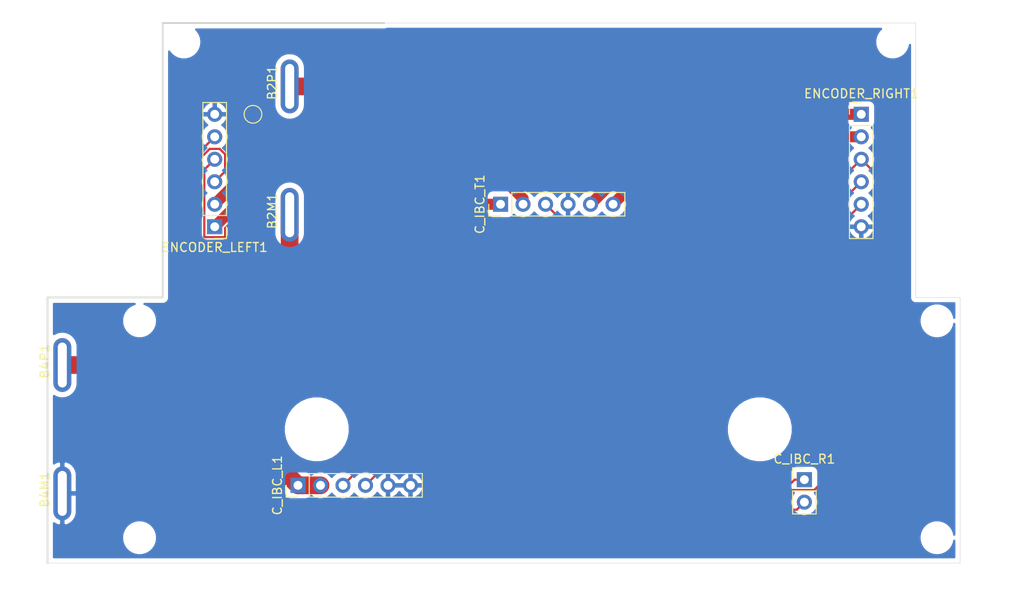
<source format=kicad_pcb>
(kicad_pcb (version 20171130) (host pcbnew 5.1.5-1.fc31)
  (layers (0 F.Cu signal) (31 B.Cu signal) (34 B.Paste user) (35 F.Paste user) (36 B.SilkS user) (37 F.SilkS user) (38 B.Mask user) (39 F.Mask user) (44 Edge.Cuts user))
  (net 0 "")
  (net 1 /VBAT_MID)
  (net 2 +BATT)
  (net 3 GND)
  (net 4 /RENCA)
  (net 5 /RENCB)
  (net 6 /LENCA)
  (net 7 /LENCB)
  (net 8 /LM1)
  (net 9 /LM2)
  (net 10 +3V3)
  (net 11 /RM1)
  (net 12 /RM2)
  (module MountingHole:MountingHole_2.5mm (layer F.Cu) (at 146.392122 124.640976)
    (fp_text reference H5 hide)
    (fp_text value MountingHole hide)
    (pad 1 np_thru_hole circle (at 0 0) (size 2.5 2.5) (drill 2.5) (layers *.Cu *.Mask))
  )
  (module MountingHole:MountingHole_6mm (layer F.Cu) (at 126.392122 136.890976)
    (fp_text reference H8 hide)
    (fp_text value MountingHole hide)
    (pad 1 np_thru_hole circle (at 0 0) (size 6 6) (drill 6) (layers *.Cu *.Mask))
  )
  (module MountingHole:MountingHole_6mm (layer F.Cu) (at 76.392122 136.890976)
    (fp_text reference H7 hide)
    (fp_text value MountingHole hide)
    (pad 1 np_thru_hole circle (at 0 0) (size 6 6) (drill 6) (layers *.Cu *.Mask))
  )
  (module MountingHole:MountingHole_2.5mm (layer F.Cu) (at 146.392122 149.140976)
    (fp_text reference H4 hide)
    (fp_text value MountingHole hide)
    (pad 1 np_thru_hole circle (at 0 0) (size 2.5 2.5) (drill 2.5) (layers *.Cu *.Mask))
  )
  (module MountingHole:MountingHole_2.5mm (layer F.Cu) (at 141.392122 93.140976)
    (fp_text reference H6 hide)
    (fp_text value MountingHole hide)
    (pad 1 np_thru_hole circle (at 0 0) (size 2.5 2.5) (drill 2.5) (layers *.Cu *.Mask))
  )
  (module MountingHole:MountingHole_2.5mm (layer F.Cu) (at 61.392122 93.140976)
    (fp_text reference H1 hide)
    (fp_text value MountingHole hide)
    (pad 1 np_thru_hole circle (at 0 0) (size 2.5 2.5) (drill 2.5) (layers *.Cu *.Mask))
  )
  (module MountingHole:MountingHole_2.5mm (layer F.Cu) (at 56.392122 124.640976)
    (fp_text reference H2 hide)
    (fp_text value MountingHole hide)
    (pad 1 np_thru_hole circle (at 0 0) (size 2.5 2.5) (drill 2.5) (layers *.Cu *.Mask))
  )
  (module MountingHole:MountingHole_2.5mm (layer F.Cu) (at 56.392122 149.140976)
    (fp_text reference H3 hide)
    (fp_text value MountingHole hide)
    (pad 1 np_thru_hole circle (at 0 0) (size 2.5 2.5) (drill 2.5) (layers *.Cu *.Mask))
  )
  (module Connector_PinHeader_2.54mm:PinHeader_1x06_P2.54mm_Vertical (layer F.Cu) (at 64.872122 114.010976 180)
    (fp_text reference ENCODER_LEFT1 (at 0 -2.33) (layer F.SilkS))
    (fp_text value Conn_01x06)
    (fp_line (start -1.33 14.03) (end 1.33 14.03) (layer F.SilkS) (width 0.12))
    (fp_line (start -1.33 1.27) (end -1.33 14.03) (layer F.SilkS) (width 0.12))
    (fp_line (start 1.33 1.27) (end 1.33 14.03) (layer F.SilkS) (width 0.12))
    (fp_line (start -1.33 1.27) (end 1.33 1.27) (layer F.SilkS) (width 0.12))
    (fp_line (start -1.33 0) (end -1.33 -1.33) (layer F.SilkS) (width 0.12))
    (fp_line (start -1.33 -1.33) (end 0 -1.33) (layer F.SilkS) (width 0.12))
    (pad 1 thru_hole rect (at 0 0 180) (size 1.7 1.7) (drill 1) (layers *.Cu *.Mask) (net 8 /LM1))
    (pad 2 thru_hole oval (at 0 2.54 180) (size 1.7 1.7) (drill 1) (layers *.Cu *.Mask) (net 9 /LM2))
    (pad 3 thru_hole oval (at 0 5.08 180) (size 1.7 1.7) (drill 1) (layers *.Cu *.Mask) (net 10 +3V3))
    (pad 4 thru_hole oval (at 0 7.62 180) (size 1.7 1.7) (drill 1) (layers *.Cu *.Mask) (net 6 /LENCA))
    (pad 5 thru_hole oval (at 0 10.16 180) (size 1.7 1.7) (drill 1) (layers *.Cu *.Mask) (net 7 /LENCB))
    (pad 6 thru_hole oval (at 0 12.7 180) (size 1.7 1.7) (drill 1) (layers *.Cu *.Mask) (net 3 GND))
  )
  (module teensy:romi_battery_tab (layer F.Cu) (at 73.332122 112.660976)
    (fp_text reference B2M1 (at -1.963366 -0.420879 90) (layer F.SilkS))
    (fp_text value BTAB hide)
    (pad 1 thru_hole oval (at 0 0) (size 2.02 6.08) (drill oval 1.02 5.08) (layers *.Cu *.Mask) (net 1 /VBAT_MID))
  )
  (module teensy:romi_battery_tab (layer F.Cu) (at 73.332122 98.160976)
    (fp_text reference B2P1 (at -1.963366 -0.420879 90) (layer F.SilkS))
    (fp_text value BTAB hide)
    (pad 1 thru_hole oval (at 0 0) (size 2.02 6.08) (drill oval 1.02 5.08) (layers *.Cu *.Mask) (net 2 +BATT))
  )
  (module teensy:romi_battery_tab (layer F.Cu) (at 47.672122 144.130976)
    (fp_text reference B4M1 (at -1.963366 -0.420879 90) (layer F.SilkS))
    (fp_text value BTAB hide)
    (pad 1 thru_hole oval (at 0 0) (size 2.02 6.08) (drill oval 1.02 5.08) (layers *.Cu *.Mask) (net 3 GND))
  )
  (module teensy:romi_battery_tab (layer F.Cu) (at 47.672122 129.630976)
    (fp_text reference B4P1 (at -1.963366 -0.420879 90) (layer F.SilkS))
    (fp_text value BTAB hide)
    (pad 1 thru_hole oval (at 0 0) (size 2.02 6.08) (drill oval 1.02 5.08) (layers *.Cu *.Mask) (net 1 /VBAT_MID))
  )
  (module Connector_PinHeader_2.54mm:PinHeader_1x06_P2.54mm_Vertical (layer F.Cu) (at 97.132122 111.470976 90)
    (fp_text reference C_IBC_T1 (at 0 -2.33 90) (layer F.SilkS))
    (fp_text value Conn_01x06)
    (fp_line (start -1.33 14.03) (end 1.33 14.03) (layer F.SilkS) (width 0.12))
    (fp_line (start -1.33 1.27) (end -1.33 14.03) (layer F.SilkS) (width 0.12))
    (fp_line (start 1.33 1.27) (end 1.33 14.03) (layer F.SilkS) (width 0.12))
    (fp_line (start -1.33 1.27) (end 1.33 1.27) (layer F.SilkS) (width 0.12))
    (fp_line (start -1.33 0) (end -1.33 -1.33) (layer F.SilkS) (width 0.12))
    (fp_line (start -1.33 -1.33) (end 0 -1.33) (layer F.SilkS) (width 0.12))
    (pad 1 thru_hole rect (at 0 0 90) (size 1.7 1.7) (drill 1) (layers *.Cu *.Mask) (net 8 /LM1))
    (pad 2 thru_hole oval (at 0 2.54 90) (size 1.7 1.7) (drill 1) (layers *.Cu *.Mask) (net 9 /LM2))
    (pad 3 thru_hole oval (at 0 5.08 90) (size 1.7 1.7) (drill 1) (layers *.Cu *.Mask) (net 10 +3V3))
    (pad 4 thru_hole oval (at 0 7.62 90) (size 1.7 1.7) (drill 1) (layers *.Cu *.Mask) (net 3 GND))
    (pad 5 thru_hole oval (at 0 10.16 90) (size 1.7 1.7) (drill 1) (layers *.Cu *.Mask) (net 11 /RM1))
    (pad 6 thru_hole oval (at 0 12.7 90) (size 1.7 1.7) (drill 1) (layers *.Cu *.Mask) (net 12 /RM2))
  )
  (module Connector_PinHeader_2.54mm:PinHeader_1x06_P2.54mm_Vertical (layer F.Cu) (at 137.842122 101.310976)
    (fp_text reference ENCODER_RIGHT1 (at 0 -2.33) (layer F.SilkS))
    (fp_text value Conn_01x06)
    (fp_line (start -1.33 14.03) (end 1.33 14.03) (layer F.SilkS) (width 0.12))
    (fp_line (start -1.33 1.27) (end -1.33 14.03) (layer F.SilkS) (width 0.12))
    (fp_line (start 1.33 1.27) (end 1.33 14.03) (layer F.SilkS) (width 0.12))
    (fp_line (start -1.33 1.27) (end 1.33 1.27) (layer F.SilkS) (width 0.12))
    (fp_line (start -1.33 0) (end -1.33 -1.33) (layer F.SilkS) (width 0.12))
    (fp_line (start -1.33 -1.33) (end 0 -1.33) (layer F.SilkS) (width 0.12))
    (pad 1 thru_hole rect (at 0 0) (size 1.7 1.7) (drill 1) (layers *.Cu *.Mask) (net 11 /RM1))
    (pad 2 thru_hole oval (at 0 2.54) (size 1.7 1.7) (drill 1) (layers *.Cu *.Mask) (net 12 /RM2))
    (pad 3 thru_hole oval (at 0 5.08) (size 1.7 1.7) (drill 1) (layers *.Cu *.Mask) (net 10 +3V3))
    (pad 4 thru_hole oval (at 0 7.62) (size 1.7 1.7) (drill 1) (layers *.Cu *.Mask) (net 4 /RENCA))
    (pad 5 thru_hole oval (at 0 10.16) (size 1.7 1.7) (drill 1) (layers *.Cu *.Mask) (net 5 /RENCB))
    (pad 6 thru_hole oval (at 0 12.7) (size 1.7 1.7) (drill 1) (layers *.Cu *.Mask) (net 3 GND))
  )
  (module Connector_PinHeader_2.54mm:PinHeader_1x06_P2.54mm_Vertical (layer F.Cu) (at 74.272122 143.220976 90)
    (fp_text reference C_IBC_L1 (at 0 -2.33 90) (layer F.SilkS))
    (fp_text value Conn_01x06)
    (fp_line (start -1.33 14.03) (end 1.33 14.03) (layer F.SilkS) (width 0.12))
    (fp_line (start -1.33 1.27) (end -1.33 14.03) (layer F.SilkS) (width 0.12))
    (fp_line (start 1.33 1.27) (end 1.33 14.03) (layer F.SilkS) (width 0.12))
    (fp_line (start -1.33 1.27) (end 1.33 1.27) (layer F.SilkS) (width 0.12))
    (fp_line (start -1.33 0) (end -1.33 -1.33) (layer F.SilkS) (width 0.12))
    (fp_line (start -1.33 -1.33) (end 0 -1.33) (layer F.SilkS) (width 0.12))
    (pad 1 thru_hole rect (at 0 0 90) (size 1.7 1.7) (drill 1) (layers *.Cu *.Mask) (net 2 +BATT))
    (pad 2 thru_hole oval (at 0 2.54 90) (size 1.7 1.7) (drill 1) (layers *.Cu *.Mask) (net 2 +BATT))
    (pad 3 thru_hole oval (at 0 5.08 90) (size 1.7 1.7) (drill 1) (layers *.Cu *.Mask) (net 4 /RENCA))
    (pad 4 thru_hole oval (at 0 7.62 90) (size 1.7 1.7) (drill 1) (layers *.Cu *.Mask) (net 5 /RENCB))
    (pad 5 thru_hole oval (at 0 10.16 90) (size 1.7 1.7) (drill 1) (layers *.Cu *.Mask) (net 3 GND))
    (pad 6 thru_hole oval (at 0 12.7 90) (size 1.7 1.7) (drill 1) (layers *.Cu *.Mask) (net 3 GND))
  )
  (module Connector_PinHeader_2.54mm:PinHeader_1x02_P2.54mm_Vertical (layer F.Cu) (at 131.422122 142.580976)
    (fp_text reference C_IBC_R1 (at 0 -2.33) (layer F.SilkS))
    (fp_text value Conn_01x02)
    (fp_line (start -1.33 3.87) (end 1.33 3.87) (layer F.SilkS) (width 0.12))
    (fp_line (start -1.33 1.27) (end -1.33 3.87) (layer F.SilkS) (width 0.12))
    (fp_line (start 1.33 1.27) (end 1.33 3.87) (layer F.SilkS) (width 0.12))
    (fp_line (start -1.33 1.27) (end 1.33 1.27) (layer F.SilkS) (width 0.12))
    (fp_line (start -1.33 0) (end -1.33 -1.33) (layer F.SilkS) (width 0.12))
    (fp_line (start -1.33 -1.33) (end 0 -1.33) (layer F.SilkS) (width 0.12))
    (pad 1 thru_hole rect (at 0 0) (size 1.7 1.7) (drill 1) (layers *.Cu *.Mask) (net 6 /LENCA))
    (pad 2 thru_hole oval (at 0 2.54) (size 1.7 1.7) (drill 1) (layers *.Cu *.Mask) (net 7 /LENCB))
  )
  (gr_circle (center 69.192122 101.310976) (end 70.192122 101.310976) (layer F.SilkS) (width 0.12))
  (gr_line (start 149 152) (end 46 152) (layer Edge.Cuts) (width 0.05))
  (gr_line (start 149 122) (end 149 152) (layer Edge.Cuts) (width 0.05))
  (gr_line (start 144 122) (end 149 122) (layer Edge.Cuts) (width 0.05))
  (gr_line (start 144 91) (end 144 122) (layer Edge.Cuts) (width 0.05))
  (gr_line (start 84 91) (end 144 91) (layer Edge.Cuts) (width 0.05))
  (gr_line (start 46 122) (end 46 152) (layer Edge.Cuts) (width 0.2))
  (gr_line (start 59 122) (end 46 122) (layer Edge.Cuts) (width 0.2))
  (gr_line (start 59 91) (end 59 122) (layer Edge.Cuts) (width 0.2))
  (gr_line (start 84 91) (end 59 91) (layer Edge.Cuts) (width 0.2))
  (segment (start 61.402122 129.630976) (end 47.70001 129.630976) (width 2) (layer F.Cu) (net 1))
  (segment (start 73.332122 112.660976) (end 73.332122 117.700976) (width 2) (layer F.Cu) (net 1))
  (segment (start 73.332122 117.700976) (end 61.402122 129.630976) (width 2) (layer F.Cu) (net 1))
  (segment (start 74.272122 143.220976) (end 76.812122 143.220976) (width 2) (layer F.Cu) (net 2))
  (segment (start 69.700122 138.648976) (end 74.272122 143.220976) (width 2) (layer F.Cu) (net 2))
  (segment (start 81.384122 122.900976) (end 69.700122 134.584976) (width 2) (layer F.Cu) (net 2))
  (segment (start 73.332122 98.160976) (end 76.342122 98.160976) (width 2) (layer F.Cu) (net 2))
  (segment (start 69.700122 134.584976) (end 69.700122 138.648976) (width 2) (layer F.Cu) (net 2))
  (segment (start 81.384122 103.202976) (end 81.384122 122.900976) (width 2) (layer F.Cu) (net 2))
  (segment (start 76.342122 98.160976) (end 81.384122 103.202976) (width 2) (layer F.Cu) (net 2))
  (segment (start 80.202121 142.370977) (end 79.352122 143.220976) (width 0.25) (layer F.Cu) (net 4))
  (segment (start 109.077111 113.495987) (end 80.202121 142.370977) (width 0.25) (layer F.Cu) (net 4))
  (segment (start 133.277111 113.495987) (end 109.077111 113.495987) (width 0.25) (layer F.Cu) (net 4))
  (segment (start 137.842122 108.930976) (end 133.277111 113.495987) (width 0.25) (layer F.Cu) (net 4))
  (segment (start 136.992123 112.320975) (end 137.842122 111.470976) (width 0.25) (layer F.Cu) (net 5))
  (segment (start 133.524122 115.788976) (end 136.992123 112.320975) (width 0.25) (layer F.Cu) (net 5))
  (segment (start 81.892122 143.220976) (end 109.324122 115.788976) (width 0.25) (layer F.Cu) (net 5))
  (segment (start 109.324122 115.788976) (end 133.524122 115.788976) (width 0.25) (layer F.Cu) (net 5))
  (segment (start 66.047123 115.120977) (end 65.982123 115.185977) (width 0.25) (layer F.Cu) (net 6))
  (segment (start 127.957112 144.945985) (end 72.992131 144.945985) (width 0.25) (layer F.Cu) (net 6))
  (segment (start 67.975116 132.756804) (end 76.754134 123.977786) (width 0.25) (layer F.Cu) (net 6))
  (segment (start 63.762121 115.185977) (end 63.697121 115.120977) (width 0.25) (layer F.Cu) (net 6))
  (segment (start 66.047123 114.17949) (end 66.047123 115.120977) (width 0.25) (layer F.Cu) (net 6))
  (segment (start 76.754133 107.982576) (end 75.220522 106.448965) (width 0.25) (layer F.Cu) (net 6))
  (segment (start 67.975116 139.92897) (end 67.975116 132.756804) (width 0.25) (layer F.Cu) (net 6))
  (segment (start 72.992131 144.945985) (end 67.975116 139.92897) (width 0.25) (layer F.Cu) (net 6))
  (segment (start 70.14213 110.084485) (end 66.047123 114.17949) (width 0.25) (layer F.Cu) (net 6))
  (segment (start 63.697121 107.565977) (end 64.022123 107.240975) (width 0.25) (layer F.Cu) (net 6))
  (segment (start 130.322122 142.580976) (end 127.957112 144.945985) (width 0.25) (layer F.Cu) (net 6))
  (segment (start 64.022123 107.240975) (end 64.872122 106.390976) (width 0.25) (layer F.Cu) (net 6))
  (segment (start 63.697121 115.120977) (end 63.697121 107.565977) (width 0.25) (layer F.Cu) (net 6))
  (segment (start 131.422122 142.580976) (end 130.322122 142.580976) (width 0.25) (layer F.Cu) (net 6))
  (segment (start 76.754134 123.977786) (end 76.754133 107.982576) (width 0.25) (layer F.Cu) (net 6))
  (segment (start 75.220522 106.448965) (end 72.053722 106.448965) (width 0.25) (layer F.Cu) (net 6))
  (segment (start 70.14213 108.360557) (end 70.14213 110.084485) (width 0.25) (layer F.Cu) (net 6))
  (segment (start 72.053722 106.448965) (end 70.14213 108.360557) (width 0.25) (layer F.Cu) (net 6))
  (segment (start 65.982123 115.185977) (end 63.762121 115.185977) (width 0.25) (layer F.Cu) (net 6))
  (segment (start 62.334122 115.663387) (end 62.334122 106.388976) (width 0.25) (layer F.Cu) (net 7))
  (segment (start 66.354922 116.085997) (end 62.756732 116.085997) (width 0.25) (layer F.Cu) (net 7))
  (segment (start 66.947141 115.493779) (end 66.354922 116.085997) (width 0.25) (layer F.Cu) (net 7))
  (segment (start 66.947143 114.731955) (end 66.947141 115.493779) (width 0.25) (layer F.Cu) (net 7))
  (segment (start 64.022123 104.700975) (end 64.872122 103.850976) (width 0.25) (layer F.Cu) (net 7))
  (segment (start 62.334122 106.388976) (end 64.022123 104.700975) (width 0.25) (layer F.Cu) (net 7))
  (segment (start 67.075094 132.255593) (end 75.796122 123.534565) (width 0.25) (layer F.Cu) (net 7))
  (segment (start 67.075094 140.384654) (end 67.075094 132.255593) (width 0.25) (layer F.Cu) (net 7))
  (segment (start 71.420131 108.480967) (end 71.420131 110.258967) (width 0.25) (layer F.Cu) (net 7))
  (segment (start 131.422122 145.120976) (end 130.572123 145.970975) (width 0.25) (layer F.Cu) (net 7))
  (segment (start 71.420131 110.258967) (end 66.947143 114.731955) (width 0.25) (layer F.Cu) (net 7))
  (segment (start 72.661415 145.970975) (end 67.075094 140.384654) (width 0.25) (layer F.Cu) (net 7))
  (segment (start 75.796122 123.534565) (end 75.796122 108.422976) (width 0.25) (layer F.Cu) (net 7))
  (segment (start 62.756732 116.085997) (end 62.334122 115.663387) (width 0.25) (layer F.Cu) (net 7))
  (segment (start 72.494122 107.406976) (end 71.420131 108.480967) (width 0.25) (layer F.Cu) (net 7))
  (segment (start 130.572123 145.970975) (end 72.661415 145.970975) (width 0.25) (layer F.Cu) (net 7))
  (segment (start 75.796122 108.422976) (end 74.780122 107.406976) (width 0.25) (layer F.Cu) (net 7))
  (segment (start 74.780122 107.406976) (end 72.494122 107.406976) (width 0.25) (layer F.Cu) (net 7))
  (segment (start 95.032122 111.470976) (end 77.457112 93.895966) (width 1.25) (layer F.Cu) (net 8))
  (segment (start 97.132122 111.470976) (end 95.032122 111.470976) (width 1.25) (layer F.Cu) (net 8))
  (segment (start 69.192122 109.690976) (end 64.872122 114.010976) (width 1.25) (layer F.Cu) (net 8))
  (segment (start 77.457112 93.895966) (end 72.406351 93.895966) (width 1.25) (layer F.Cu) (net 8))
  (segment (start 69.192122 97.110195) (end 69.192122 109.690976) (width 1.25) (layer F.Cu) (net 8))
  (segment (start 72.406351 93.895966) (end 69.192122 97.110195) (width 1.25) (layer F.Cu) (net 8))
  (segment (start 65.722121 110.620977) (end 64.872122 111.470976) (width 1.25) (layer F.Cu) (net 9))
  (segment (start 99.672122 111.470976) (end 99.672122 110.825974) (width 1.25) (layer F.Cu) (net 9))
  (segment (start 99.672122 110.825974) (end 81.292103 92.445955) (width 1.25) (layer F.Cu) (net 9))
  (segment (start 81.292103 92.445955) (end 71.805737 92.445955) (width 1.25) (layer F.Cu) (net 9))
  (segment (start 71.805737 92.445955) (end 67.414122 96.83757) (width 1.25) (layer F.Cu) (net 9))
  (segment (start 67.414122 108.928976) (end 65.722121 110.620977) (width 1.25) (layer F.Cu) (net 9))
  (segment (start 67.414122 96.83757) (end 67.414122 108.928976) (width 1.25) (layer F.Cu) (net 9))
  (segment (start 103.062121 112.320975) (end 102.212122 111.470976) (width 0.25) (layer F.Cu) (net 10))
  (segment (start 103.787123 113.045977) (end 103.062121 112.320975) (width 0.25) (layer F.Cu) (net 10))
  (segment (start 131.187121 113.045977) (end 103.787123 113.045977) (width 0.25) (layer F.Cu) (net 10))
  (segment (start 137.842122 106.390976) (end 131.187121 113.045977) (width 0.25) (layer F.Cu) (net 10))
  (segment (start 70.716122 108.422976) (end 70.716122 110.326566) (width 0.25) (layer F.Cu) (net 10))
  (segment (start 66.497132 115.307378) (end 66.168523 115.635987) (width 0.25) (layer F.Cu) (net 10))
  (segment (start 63.24711 115.307377) (end 63.247111 106.276986) (width 0.25) (layer F.Cu) (net 10))
  (segment (start 139.417123 107.965977) (end 139.417123 136.870977) (width 0.25) (layer F.Cu) (net 10))
  (segment (start 65.436123 105.215975) (end 66.047123 105.826975) (width 0.25) (layer F.Cu) (net 10))
  (segment (start 72.805731 145.395996) (end 67.525105 140.11537) (width 0.25) (layer F.Cu) (net 10))
  (segment (start 63.575721 115.635988) (end 63.24711 115.307377) (width 0.25) (layer F.Cu) (net 10))
  (segment (start 66.497133 114.545555) (end 66.497132 115.307378) (width 0.25) (layer F.Cu) (net 10))
  (segment (start 75.034122 106.898976) (end 72.240122 106.898976) (width 0.25) (layer F.Cu) (net 10))
  (segment (start 65.722121 108.080977) (end 64.872122 108.930976) (width 0.25) (layer F.Cu) (net 10))
  (segment (start 66.168523 115.635987) (end 63.575721 115.635988) (width 0.25) (layer F.Cu) (net 10))
  (segment (start 70.716122 110.326566) (end 66.497133 114.545555) (width 0.25) (layer F.Cu) (net 10))
  (segment (start 76.304122 108.168976) (end 75.034122 106.898976) (width 0.25) (layer F.Cu) (net 10))
  (segment (start 137.842122 106.390976) (end 139.417123 107.965977) (width 0.25) (layer F.Cu) (net 10))
  (segment (start 66.047123 107.755975) (end 65.722121 108.080977) (width 0.25) (layer F.Cu) (net 10))
  (segment (start 67.525105 132.441993) (end 76.304122 123.662976) (width 0.25) (layer F.Cu) (net 10))
  (segment (start 66.047123 105.826975) (end 66.047123 107.755975) (width 0.25) (layer F.Cu) (net 10))
  (segment (start 67.525105 140.11537) (end 67.525105 132.441993) (width 0.25) (layer F.Cu) (net 10))
  (segment (start 63.247111 106.276986) (end 64.308121 105.215975) (width 0.25) (layer F.Cu) (net 10))
  (segment (start 128.143512 145.395996) (end 72.805731 145.395996) (width 0.25) (layer F.Cu) (net 10))
  (segment (start 72.240122 106.898976) (end 70.716122 108.422976) (width 0.25) (layer F.Cu) (net 10))
  (segment (start 129.783531 143.755977) (end 128.143512 145.395996) (width 0.25) (layer F.Cu) (net 10))
  (segment (start 76.304122 123.662976) (end 76.304122 108.168976) (width 0.25) (layer F.Cu) (net 10))
  (segment (start 139.417123 136.870977) (end 132.532123 143.755977) (width 0.25) (layer F.Cu) (net 10))
  (segment (start 132.532123 143.755977) (end 129.783531 143.755977) (width 0.25) (layer F.Cu) (net 10))
  (segment (start 64.308121 105.215975) (end 65.436123 105.215975) (width 0.25) (layer F.Cu) (net 10))
  (segment (start 117.452122 101.310976) (end 107.292122 111.470976) (width 1.25) (layer F.Cu) (net 11))
  (segment (start 137.842122 101.310976) (end 117.452122 101.310976) (width 1.25) (layer F.Cu) (net 11))
  (segment (start 117.452122 103.850976) (end 137.842122 103.850976) (width 1.25) (layer F.Cu) (net 12))
  (segment (start 109.832122 111.470976) (end 117.452122 103.850976) (width 1.25) (layer F.Cu) (net 12))
  (zone (net 3) (net_name GND) (layer B.Cu) (connect_pads (clearance 0.508)) (min_thickness 0.254) (fill yes (arc_segments 32) (thermal_gap 0.508) (thermal_bridge_width 0.508))
    (polygon (pts (xy 156.21 154.94) (xy 40.64 156.21) (xy 40.64 118.11) (xy 51.81 88.4) (xy 153.67 88.9)))
  )
)
</source>
